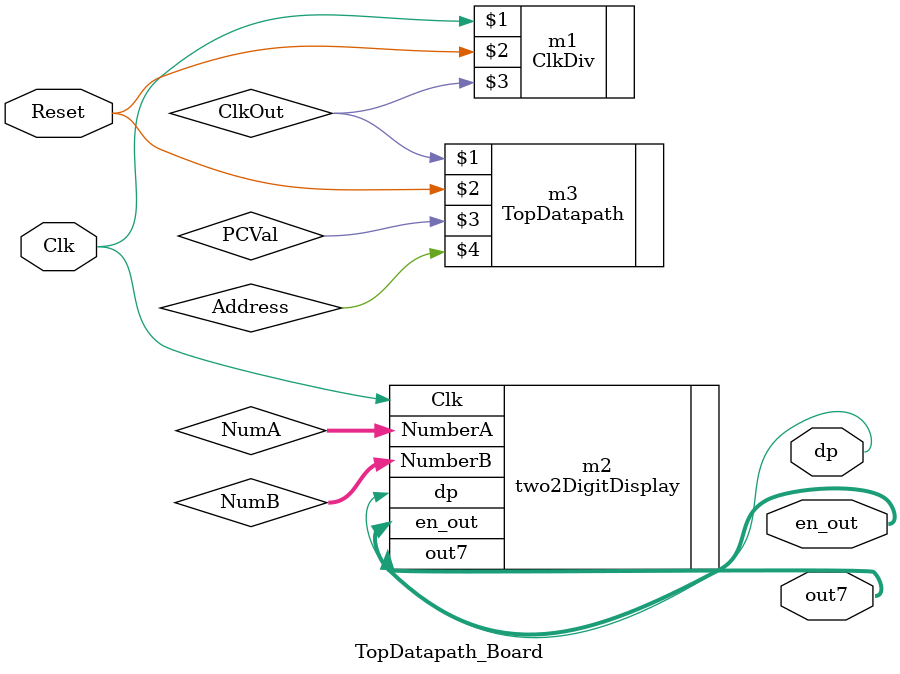
<source format=v>
`timescale 1ns / 1ps


module TopDatapath_Board(Clk, Reset, out7, en_out, dp);

input Clk, Reset;
//wire [15:0] Address, PCVal, Num;

wire [7:0] NumA, NumB;
//wire [31:0] v0, v1; // Outputs from TopDatapath

output [6:0] out7; //seg a, b, ... g
output [3:0] en_out;
output wire dp;

wire ClkOut;

ClkDiv m1(Clk, Reset, ClkOut);

//assign NumA = v0[7:0]; // Display the least significant byte of v0
//assign NumB = v1[7:0]; // Display the least significant byte of v1

//Mux2x1 m4(PCVal, Address, Num, ClkOut);

//Mux2x1 m5(0, 1, dp, ClkOut);

//One4DigitDisplay m2(Clk, Num, out7, en_out);

// Instantiate the two-digit display module
two2DigitDisplay m2(
    .Clk(Clk), 
    .NumberA(NumA), 
    .NumberB(NumB), 
    .out7(out7), 
    .en_out(en_out), 
    .dp(dp)
);

TopDatapath m3(ClkOut, Reset, PCVal, Address);

// Instantiate the TopDatapath module
//TopDatapath m3(
//    .Clk(ClkOut), 
//    .Reset(Reset), 
 //   .v0(v0), 
 //   .v1(v1)
//);

endmodule
</source>
